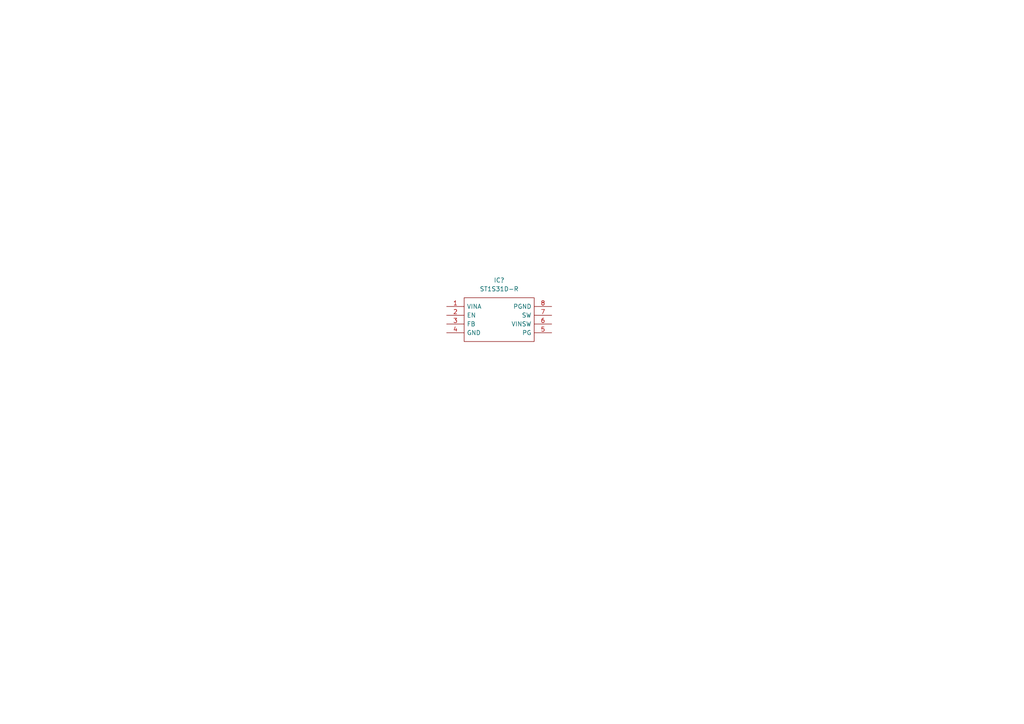
<source format=kicad_sch>
(kicad_sch (version 20211123) (generator eeschema)
  (paper "A4")
  (lib_symbols
    (symbol "ST1S31D-R:ST1S31D-R" (pin_names (offset 0.762))
      (property "Reference" "IC" (at 26.67 7.62 0))
      (property "Value" "ST1S31D-R" (at 26.67 5.08 0))
      (symbol "ST1S31D-R_0_0"
        (pin passive line (at 0 0 0) (length 5.08) (name "VINA") (number "1"))
        (pin passive line (at 0 -2.54 0) (length 5.08) (name "EN") (number "2"))
        (pin passive line (at 0 -5.08 0) (length 5.08) (name "FB") (number "3"))
        (pin passive line (at 0 -7.62 0) (length 5.08) (name "GND") (number "4"))
        (pin passive line (at 30.48 -7.62 180) (length 5.08) (name "PG") (number "5"))
        (pin passive line (at 30.48 -5.08 180) (length 5.08) (name "VINSW") (number "6"))
        (pin passive line (at 30.48 -2.54 180) (length 5.08) (name "SW") (number "7"))
        (pin passive line (at 30.48 0 180) (length 5.08) (name "PGND") (number "8"))
      )
      (symbol "ST1S31D-R_0_1"
        (polyline (pts (xy 5.08 2.54) (xy 25.4 2.54) (xy 25.4 -10.16) (xy 5.08 -10.16) (xy 5.08 2.54)) (stroke (width 0.1524)))
      )
    )
  )
  (symbol (lib_id "ST1S31D-R:ST1S31D-R") (at 129.54 88.9 0) (unit 1)
    (property "Reference" "IC?" (at 144.78 81.28 0))
    (property "Value" "ST1S31D-R" (at 144.78 83.82 0))
    (property "Footprint" "ST1S31D-R:SOIC127P600X175-8N" (effects hide))
    (property "Datasheet" "http://www.st.com/content/ccc/resource/technical/document/datasheet/group3/ec/e5/76/72/e8/25/4d/47/DM00051589/files/DM00051589.pdf/jcr:content/translations/en.DM00051589.pdf" (effects hide))
    (property "Description" "STMicroelectronics, ST1S31D-R Step-Down Switching Regulator 3A Adjustable 8-Pin, SOIC" (effects hide))
    (property "Height" "1.75" (effects hide))
    (property "Manufacturer_Name" "STMicroelectronics" (effects hide))
    (property "Manufacturer_Part_Number" "ST1S31D-R" (effects hide))
    (property "Mouser Part Number" "511-ST1S31D-R" (effects hide))
    (property "Mouser Price/Stock" "https://www.mouser.com/Search/Refine.aspx?Keyword=511-ST1S31D-R" (effects hide))
    (property "Arrow Part Number" "ST1S31D-R" (effects hide))
    (property "Arrow Price/Stock" "https://www.arrow.com/en/products/st1s31d-r/stmicroelectronics" (effects hide))
  )
)
</source>
